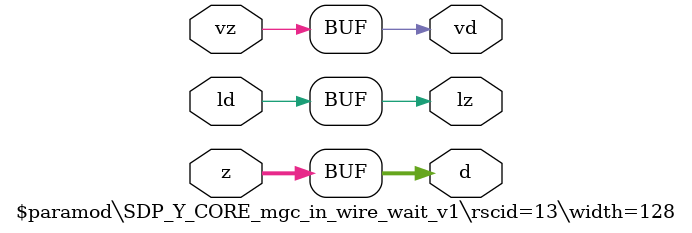
<source format=v>
module \$paramod\SDP_Y_CORE_mgc_in_wire_wait_v1\rscid=13\width=128 (ld, vd, d, lz, vz, z);
  (* src = "./vmod/nvdla/sdp/NV_NVDLA_SDP_CORE_Y_core.v:14" *)
  output [127:0] d;
  (* src = "./vmod/nvdla/sdp/NV_NVDLA_SDP_CORE_Y_core.v:12" *)
  input ld;
  (* src = "./vmod/nvdla/sdp/NV_NVDLA_SDP_CORE_Y_core.v:15" *)
  output lz;
  (* src = "./vmod/nvdla/sdp/NV_NVDLA_SDP_CORE_Y_core.v:13" *)
  output vd;
  (* src = "./vmod/nvdla/sdp/NV_NVDLA_SDP_CORE_Y_core.v:16" *)
  input vz;
  (* src = "./vmod/nvdla/sdp/NV_NVDLA_SDP_CORE_Y_core.v:17" *)
  input [127:0] z;
  assign d = z;
  assign lz = ld;
  assign vd = vz;
endmodule

</source>
